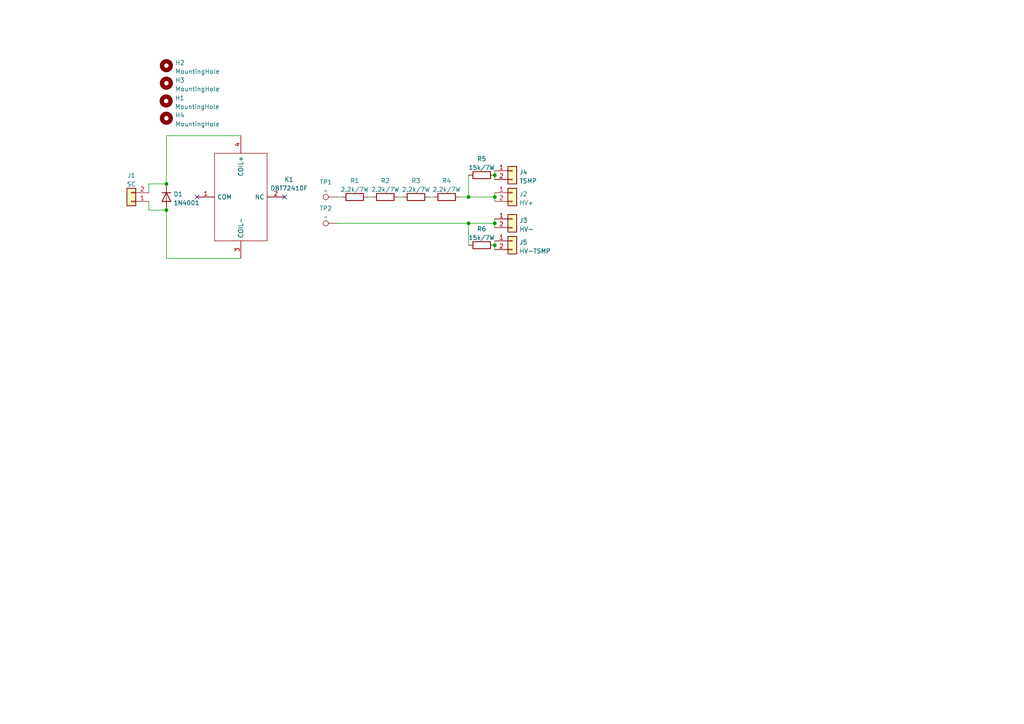
<source format=kicad_sch>
(kicad_sch (version 20211123) (generator eeschema)
  (paper "A4")
  (lib_symbols
    (symbol "Connector:TestPoint" (pin_numbers hide) (pin_names (offset 0.762) hide)
      (property "Reference" "TP" (at 0 6.858 0))
      (property "Value" "TestPoint" (at 0 5.08 0))
      (symbol "TestPoint_0_1"
        (circle (center 0 3.302) (radius 0.762))
      )
      (symbol "TestPoint_1_1"
        (pin passive line (at 0 0 90) (length 2.54) (name "1") (number "1"))
      )
    )
    (symbol "Connector_Generic:Conn_01x02" (pin_names (offset 1.016) hide)
      (property "Reference" "J" (at 0 2.54 0))
      (property "Value" "Conn_01x02" (at 0 -5.08 0))
      (symbol "Conn_01x02_1_1"
        (rectangle (start -1.27 -2.413) (end 0 -2.667) (stroke (width 0.1524)))
        (rectangle (start -1.27 0.127) (end 0 -0.127) (stroke (width 0.1524)))
        (rectangle (start -1.27 1.27) (end 1.27 -3.81) (stroke (width 0.254)) (fill (type background)))
        (pin passive line (at -5.08 0 0) (length 3.81) (name "Pin_1") (number "1"))
        (pin passive line (at -5.08 -2.54 0) (length 3.81) (name "Pin_2") (number "2"))
      )
    )
    (symbol "Device:R" (pin_numbers hide) (pin_names (offset 0))
      (property "Reference" "R" (at 2.032 0 90))
      (property "Value" "R" (at 0 0 90))
      (symbol "R_0_1"
        (rectangle (start -1.016 -2.54) (end 1.016 2.54) (stroke (width 0.254)))
      )
      (symbol "R_1_1"
        (pin passive line (at 0 3.81 270) (length 1.27) (name "~") (number "1"))
        (pin passive line (at 0 -3.81 90) (length 1.27) (name "~") (number "2"))
      )
    )
    (symbol "Diode:1N4001" (pin_numbers hide) (pin_names (offset 1.016) hide)
      (property "Reference" "D" (at 0 2.54 0))
      (property "Value" "1N4001" (at 0 -2.54 0))
      (symbol "1N4001_0_1"
        (polyline (pts (xy -1.27 1.27) (xy -1.27 -1.27)) (stroke (width 0.254)))
        (polyline (pts (xy 1.27 0) (xy -1.27 0)))
        (polyline (pts (xy 1.27 1.27) (xy 1.27 -1.27) (xy -1.27 0) (xy 1.27 1.27)) (stroke (width 0.254)))
      )
      (symbol "1N4001_1_1"
        (pin passive line (at -3.81 0 0) (length 2.54) (name "K") (number "1"))
        (pin passive line (at 3.81 0 180) (length 2.54) (name "A") (number "2"))
      )
    )
    (symbol "Mechanical:MountingHole" (pin_names (offset 1.016))
      (property "Reference" "H" (at 0 5.08 0))
      (property "Value" "MountingHole" (at 0 3.175 0))
      (symbol "MountingHole_0_1"
        (circle (center 0 0) (radius 1.27) (stroke (width 1.27)))
      )
    )
    (symbol "SamacSys_Parts:DBT72410" (pin_names (offset 0.762))
      (property "Reference" "K2" (at 25.4 5.08 0))
      (property "Value" "DBT72410" (at 25.4 2.54 0))
      (symbol "DBT72410_0_0"
        (pin passive line (at 0 0 0) (length 5.08) (name "COM") (number "1"))
        (pin passive line (at 25.4 0 180) (length 5.08) (name "NC") (number "2"))
        (pin passive line (at 12.7 -17.78 90) (length 5.08) (name "COIL-") (number "3"))
        (pin passive line (at 12.7 17.78 270) (length 5.08) (name "COIL+") (number "4"))
      )
      (symbol "DBT72410_0_1"
        (polyline (pts (xy 5.08 12.7) (xy 20.32 12.7) (xy 20.32 -12.7) (xy 5.08 -12.7) (xy 5.08 12.7)) (stroke (width 0.1524)))
      )
    )
  )
  (junction (at 143.51 57.15))
  (junction (at 143.51 71.12))
  (junction (at 48.26 60.96))
  (junction (at 143.51 64.77))
  (junction (at 143.51 50.8))
  (junction (at 48.26 53.34))
  (junction (at 135.89 64.77))
  (junction (at 135.89 57.15))
  (no_connect (at 82.55 57.15))
  (no_connect (at 57.15 57.15))
  (wire (pts (xy 43.18 55.88) (xy 43.18 53.34)))
  (wire (pts (xy 135.89 50.8) (xy 135.89 57.15)))
  (wire (pts (xy 116.84 57.15) (xy 115.57 57.15)))
  (wire (pts (xy 143.51 71.12) (xy 143.51 72.39)))
  (wire (pts (xy 97.79 64.77) (xy 135.89 64.77)))
  (wire (pts (xy 43.18 60.96) (xy 48.26 60.96)))
  (wire (pts (xy 143.51 64.77) (xy 143.51 63.5)))
  (wire (pts (xy 143.51 50.8) (xy 143.51 52.07)))
  (wire (pts (xy 48.26 53.34) (xy 48.26 39.37)))
  (wire (pts (xy 143.51 64.77) (xy 143.51 66.04)))
  (wire (pts (xy 48.26 74.93) (xy 48.26 60.96)))
  (wire (pts (xy 48.26 39.37) (xy 69.85 39.37)))
  (wire (pts (xy 143.51 57.15) (xy 143.51 58.42)))
  (wire (pts (xy 43.18 53.34) (xy 48.26 53.34)))
  (wire (pts (xy 43.18 58.42) (xy 43.18 60.96)))
  (wire (pts (xy 143.51 69.85) (xy 143.51 71.12)))
  (wire (pts (xy 107.95 57.15) (xy 106.68 57.15)))
  (wire (pts (xy 143.51 55.88) (xy 143.51 57.15)))
  (wire (pts (xy 135.89 64.77) (xy 143.51 64.77)))
  (wire (pts (xy 97.79 57.15) (xy 99.06 57.15)))
  (wire (pts (xy 69.85 74.93) (xy 48.26 74.93)))
  (wire (pts (xy 133.35 57.15) (xy 135.89 57.15)))
  (wire (pts (xy 135.89 57.15) (xy 143.51 57.15)))
  (wire (pts (xy 125.73 57.15) (xy 124.46 57.15)))
  (wire (pts (xy 135.89 64.77) (xy 135.89 71.12)))
  (wire (pts (xy 143.51 49.53) (xy 143.51 50.8)))
  (symbol (lib_id "Device:R") (at 139.7 71.12 90) (unit 1)
    (property "Reference" "R6" (at 139.7 66.4042 90))
    (property "Value" "15k/7W" (at 139.7 68.9411 90))
    (property "Footprint" "SamacSys_Parts:RESM24595X990N" (effects hide))
  )
  (symbol (lib_id "Connector:TestPoint") (at 97.79 57.15 90) (unit 1)
    (property "Reference" "TP1" (at 94.488 52.8152 90))
    (property "Value" "~" (at 94.488 55.3521 90))
    (property "Footprint" "TestPoint:TestPoint_Loop_D2.50mm_Drill1.0mm" (effects hide))
  )
  (symbol (lib_id "Connector_Generic:Conn_01x02") (at 148.59 69.85 0) (unit 1)
    (property "Reference" "J5" (at 150.622 70.2853 0) (effects (justify left)))
    (property "Value" "HV-TSMP" (at 150.622 72.8222 0) (effects (justify left)))
    (property "Footprint" "SamacSys_Parts:DF33C2P33DSA24" (effects hide))
  )
  (symbol (lib_id "Mechanical:MountingHole") (at 48.26 19.05 0) (unit 1)
    (property "Reference" "H2" (at 50.8 18.2153 0) (effects (justify left)))
    (property "Value" "MountingHole" (at 50.8 20.7522 0) (effects (justify left)))
    (property "Footprint" "MountingHole:MountingHole_4.3mm_M4" (effects hide))
  )
  (symbol (lib_id "Mechanical:MountingHole") (at 48.192 29.2868 0) (unit 1)
    (property "Reference" "H1" (at 50.732 28.4521 0) (effects (justify left)))
    (property "Value" "MountingHole" (at 50.732 30.989 0) (effects (justify left)))
    (property "Footprint" "MountingHole:MountingHole_4.3mm_M4" (effects hide))
  )
  (symbol (lib_id "SamacSys_Parts:DBT72410") (at 57.15 57.15 0) (unit 1)
    (property "Reference" "K1" (at 83.82 52.07 0))
    (property "Value" "DBT72410F" (at 83.82 54.61 0))
    (property "Footprint" "SamacSys_Parts:DBT72410" (effects hide))
    (property "Datasheet" "https://www.cynergy3.com/sites/default/files/cynergy3-d-pcb-v3.pdf" (effects hide))
    (property "Description" "SPST-NC Reed Relay, 2 A, 24V dc" (effects hide))
    (property "Height" "18.5" (effects hide))
    (property "Manufacturer_Name" "Cynergy3" (effects hide))
    (property "Manufacturer_Part_Number" "DBT72410" (effects hide))
  )
  (symbol (lib_id "Device:R") (at 111.76 57.15 90) (unit 1)
    (property "Reference" "R2" (at 111.76 52.4342 90))
    (property "Value" "2.2k/7W" (at 111.76 54.9711 90))
    (property "Footprint" "SamacSys_Parts:RESM24595X990N" (effects hide))
  )
  (symbol (lib_id "Connector_Generic:Conn_01x02") (at 38.1 58.42 180) (unit 1)
    (property "Reference" "J1" (at 38.1 50.9102 0))
    (property "Value" "SC" (at 38.1 53.4471 0))
    (property "Footprint" "Connector_JST:JST_PH_B2B-PH-K_1x02_P2.00mm_Vertical" (effects hide))
  )
  (symbol (lib_id "Device:R") (at 129.54 57.15 90) (unit 1)
    (property "Reference" "R4" (at 129.54 52.4342 90))
    (property "Value" "2.2k/7W" (at 129.54 54.9711 90))
    (property "Footprint" "SamacSys_Parts:RESM24595X990N" (effects hide))
  )
  (symbol (lib_id "Connector_Generic:Conn_01x02") (at 148.59 63.5 0) (unit 1)
    (property "Reference" "J3" (at 150.622 63.9353 0) (effects (justify left)))
    (property "Value" "HV-" (at 150.622 66.4722 0) (effects (justify left)))
    (property "Footprint" "SamacSys_Parts:DF33C2P33DSA24" (effects hide))
  )
  (symbol (lib_id "Device:R") (at 120.65 57.15 90) (unit 1)
    (property "Reference" "R3" (at 120.65 52.4342 90))
    (property "Value" "2.2k/7W" (at 120.65 54.9711 90))
    (property "Footprint" "SamacSys_Parts:RESM24595X990N" (effects hide))
  )
  (symbol (lib_id "Device:R") (at 102.87 57.15 90) (unit 1)
    (property "Reference" "R1" (at 102.87 52.4342 90))
    (property "Value" "2.2k/7W" (at 102.87 54.9711 90))
    (property "Footprint" "SamacSys_Parts:RESM24595X990N" (effects hide))
  )
  (symbol (lib_id "Diode:1N4001") (at 48.26 57.15 270) (unit 1)
    (property "Reference" "D1" (at 50.292 56.3153 90) (effects (justify left)))
    (property "Value" "1N4001" (at 50.292 58.8522 90) (effects (justify left)))
    (property "Footprint" "Diode_THT:D_DO-41_SOD81_P10.16mm_Horizontal" (effects hide))
    (property "Datasheet" "http://www.vishay.com/docs/88503/1n4001.pdf" (effects hide))
  )
  (symbol (lib_id "Connector:TestPoint") (at 97.79 64.77 90) (unit 1)
    (property "Reference" "TP2" (at 94.488 60.4352 90))
    (property "Value" "~" (at 94.488 62.9721 90))
    (property "Footprint" "TestPoint:TestPoint_Loop_D2.50mm_Drill1.0mm" (effects hide))
  )
  (symbol (lib_id "Mechanical:MountingHole") (at 48.26 24.13 0) (unit 1)
    (property "Reference" "H3" (at 50.8 23.2953 0) (effects (justify left)))
    (property "Value" "MountingHole" (at 50.8 25.8322 0) (effects (justify left)))
    (property "Footprint" "MountingHole:MountingHole_4.3mm_M4" (effects hide))
  )
  (symbol (lib_id "Mechanical:MountingHole") (at 48.26 34.29 0) (unit 1)
    (property "Reference" "H4" (at 50.8 33.4553 0) (effects (justify left)))
    (property "Value" "MountingHole" (at 50.8 35.9922 0) (effects (justify left)))
    (property "Footprint" "MountingHole:MountingHole_4.3mm_M4" (effects hide))
  )
  (symbol (lib_id "Connector_Generic:Conn_01x02") (at 148.59 55.88 0) (unit 1)
    (property "Reference" "J2" (at 150.622 56.3153 0) (effects (justify left)))
    (property "Value" "HV+" (at 150.622 58.8522 0) (effects (justify left)))
    (property "Footprint" "SamacSys_Parts:DF33C2P33DSA24" (effects hide))
  )
  (symbol (lib_id "Device:R") (at 139.7 50.8 90) (unit 1)
    (property "Reference" "R5" (at 139.7 46.0842 90))
    (property "Value" "15k/7W" (at 139.7 48.6211 90))
    (property "Footprint" "SamacSys_Parts:RESM24595X990N" (effects hide))
  )
  (symbol (lib_id "Connector_Generic:Conn_01x02") (at 148.59 49.53 0) (unit 1)
    (property "Reference" "J4" (at 150.622 49.9653 0) (effects (justify left)))
    (property "Value" "TSMP" (at 150.622 52.5022 0) (effects (justify left)))
    (property "Footprint" "SamacSys_Parts:DF33C2P33DSA24" (effects hide))
  )
)
</source>
